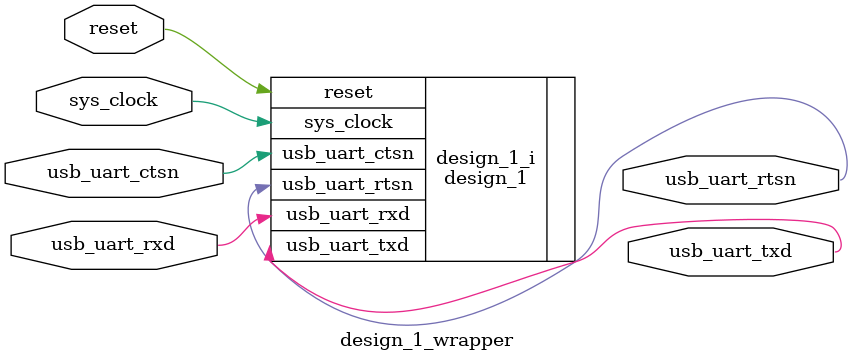
<source format=v>
`timescale 1 ps / 1 ps

module design_1_wrapper
   (reset,
    sys_clock,
    usb_uart_ctsn,
    usb_uart_rtsn,
    usb_uart_rxd,
    usb_uart_txd);
  input reset;
  input sys_clock;
  input usb_uart_ctsn;
  output usb_uart_rtsn;
  input usb_uart_rxd;
  output usb_uart_txd;

  wire reset;
  wire sys_clock;
  wire usb_uart_ctsn;
  wire usb_uart_rtsn;
  wire usb_uart_rxd;
  wire usb_uart_txd;

  design_1 design_1_i
       (.reset(reset),
        .sys_clock(sys_clock),
        .usb_uart_ctsn(usb_uart_ctsn),
        .usb_uart_rtsn(usb_uart_rtsn),
        .usb_uart_rxd(usb_uart_rxd),
        .usb_uart_txd(usb_uart_txd));
endmodule

</source>
